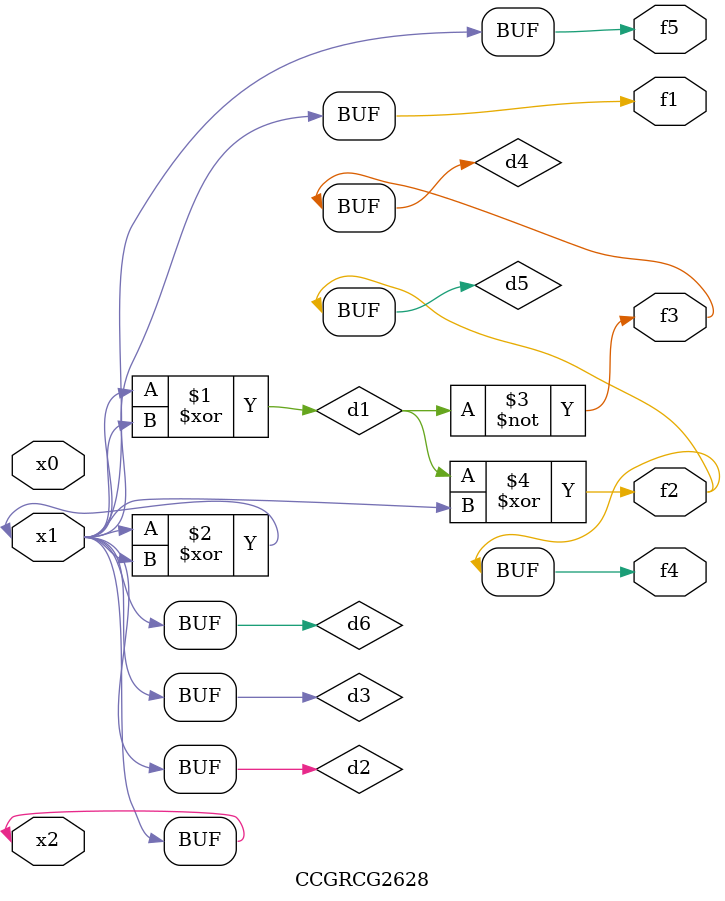
<source format=v>
module CCGRCG2628(
	input x0, x1, x2,
	output f1, f2, f3, f4, f5
);

	wire d1, d2, d3, d4, d5, d6;

	xor (d1, x1, x2);
	buf (d2, x1, x2);
	xor (d3, x1, x2);
	nor (d4, d1);
	xor (d5, d1, d2);
	buf (d6, d2, d3);
	assign f1 = d6;
	assign f2 = d5;
	assign f3 = d4;
	assign f4 = d5;
	assign f5 = d6;
endmodule

</source>
